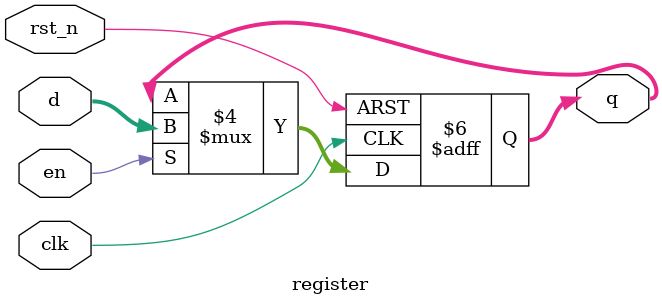
<source format=v>
`timescale 1ns / 1ps

module register(
    input clk,
    input rst_n,
    input en,
    input [7:0]d,
    
    output reg [7:0]q
    );
    
    always @(posedge clk or negedge rst_n) begin
        if(rst_n == 0) begin
            q <= 8'b0;
        end
        else if (en == 1) begin
            q <= d;
        end
    end
endmodule

</source>
